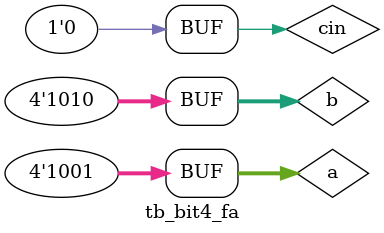
<source format=v>
`timescale 1ns / 1ps


module tb_bit4_fa( );
reg [3:0]a,b;
reg cin;
wire cout;
wire [3:0]sum;

bit4_fa fa(a,b,cin,sum,cout);
initial
begin
a = 4'd0; b = 4'd0; cin = 1'b0;
#10 a = 4'd2; b = 4'd2; 
#10 a = 4'd3; b = 4'd4; 
#10 a = 4'd5; b = 4'd6;
#10 a = 4'd7; b = 4'd8;
#10 a = 4'd9; b = 4'd10;
end
endmodule

</source>
